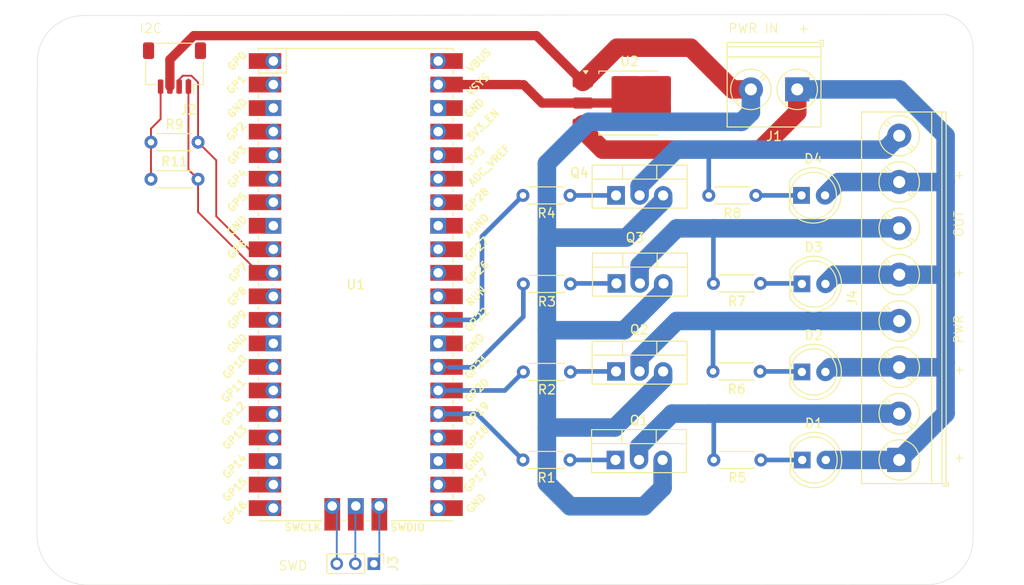
<source format=kicad_pcb>
(kicad_pcb (version 20240108) (generator "pcbnew") (generator_version "8.0")
  (layers (0 "F.Cu" signal) (31 "B.Cu" signal) (34 "B.Paste" user) (35 "F.Paste" user) (36 "B.SilkS" user "B.Silkscreen") (37 "F.SilkS" user "F.Silkscreen") (38 "B.Mask" user) (39 "F.Mask" user) (44 "Edge.Cuts" user))
  (net 0 "")
  (net 1 "+12V")
  (net 2 "Net-(D1-K)")
  (net 3 "Net-(D2-K)")
  (net 4 "Net-(D3-K)")
  (net 5 "Net-(D4-K)")
  (net 6 "GND")
  (net 7 "Net-(Q1-G)")
  (net 8 "Net-(Q2-G)")
  (net 9 "Net-(Q3-G)")
  (net 10 "Net-(Q4-G)")
  (net 11 "Net-(U1-GPIO22)")
  (net 12 "Net-(U1-GPIO21)")
  (net 13 "Net-(U1-GPIO20)")
  (net 14 "Net-(U1-GPIO19)")
  (net 47 "Net-(U1-VSYS)")
  (net 48 "Net-(J2-Pin_1)")
  (net 49 "Net-(J2-Pin_2)")
  (net 50 "Net-(J3-Pin_1)")
  (net 51 "Net-(J3-Pin_3)")
  (net 52 "Net-(J3-Pin_2)")
  (net 53 "Net-(J4-Pin_2)")
  (net 54 "Net-(J4-Pin_8)")
  (net 55 "Net-(J4-Pin_4)")
  (net 56 "Net-(J4-Pin_6)")
  (net 57 "Net-(J2-Pin_4)")
  (net 58 "unconnected-(U1-3V3-Pad36)")
  (footprint "Connector_PinHeader_2.00mm:PinHeader_1x03_P2.00mm_Vertical" (layer "F.Cu") (at 100.34 120.7 -90)
    (property "Reference" "J3" (at 0 -2.06 -90) (layer "F.SilkS"))
    (property "Value" "SWD")
    (pad "1" thru_hole rect (at 0 0 270) (size 1.35 1.35) (drill 0.8) (layers "*.Cu" "*.Mask") (net 50 "Net-(J3-Pin_1)"))
    (pad "2" thru_hole oval (at 0 2 270) (size 1.35 1.35) (drill 0.8) (layers "*.Cu" "*.Mask") (net 52 "Net-(J3-Pin_2)"))
    (pad "3" thru_hole oval (at 0 4 270) (size 1.35 1.35) (drill 0.8) (layers "*.Cu" "*.Mask") (net 51 "Net-(J3-Pin_3)"))
  )
  (footprint "Resistor_THT:R_Axial_DIN0204_L3.6mm_D1.6mm_P5.08mm_Horizontal" (layer "F.Cu") (at 121.54 100 180)
    (property "Reference" "R2" (at 2.54 -1.92 0) (layer "F.SilkS"))
    (property "Value" "470")
    (pad "1" thru_hole circle (at 0 0 180) (size 1.4 1.4) (drill 0.7) (layers "*.Cu" "*.Mask") (net 8 "Net-(Q2-G)"))
    (pad "2" thru_hole oval (at 5.08 0 180) (size 1.4 1.4) (drill 0.7) (layers "*.Cu" "*.Mask") (net 13 "Net-(U1-GPIO20)"))
  )
  (footprint "LED_THT:LED_D5.0mm" (layer "F.Cu") (at 146.5 90.5)
    (property "Reference" "D3" (at 1.27 -3.96 0) (layer "F.SilkS"))
    (property "Value" "LED")
    (pad "1" thru_hole rect (at 0 0) (size 1.8 1.8) (drill 0.9) (layers "*.Cu" "*.Mask") (net 4 "Net-(D3-K)"))
    (pad "2" thru_hole circle (at 2.54 0) (size 1.8 1.8) (drill 0.9) (layers "*.Cu" "*.Mask") (net 1 "+12V"))
  )
  (footprint "Resistor_THT:R_Axial_DIN0204_L3.6mm_D1.6mm_P5.08mm_Horizontal" (layer "F.Cu") (at 76.3 79.2)
    (property "Reference" "R11" (at 2.54 -1.92 0) (layer "F.SilkS"))
    (property "Value" "4k7")
    (pad "1" thru_hole circle (at 0 0) (size 1.4 1.4) (drill 0.7) (layers "*.Cu" "*.Mask") (net 57 "Net-(J2-Pin_4)"))
    (pad "2" thru_hole oval (at 5.08 0) (size 1.4 1.4) (drill 0.7) (layers "*.Cu" "*.Mask") (net 48 "Net-(J2-Pin_1)"))
  )
  (footprint "LED_THT:LED_D5.0mm" (layer "F.Cu") (at 146.46 80.945)
    (property "Reference" "D4" (at 1.27 -3.96 0) (layer "F.SilkS"))
    (property "Value" "LED")
    (pad "1" thru_hole rect (at 0 0) (size 1.8 1.8) (drill 0.9) (layers "*.Cu" "*.Mask") (net 5 "Net-(D4-K)"))
    (pad "2" thru_hole circle (at 2.54 0) (size 1.8 1.8) (drill 0.9) (layers "*.Cu" "*.Mask") (net 1 "+12V"))
  )
  (footprint "Package_TO_SOT_THT:TO-220-3_Vertical" (layer "F.Cu") (at 126.4 109.5)
    (property "Reference" "Q1" (at 2.54 -4.27 0) (layer "F.SilkS"))
    (property "Value" "RFP30N06LE")
    (pad "1" thru_hole rect (at 0 0) (size 1.905 2) (drill 1.1) (layers "*.Cu" "*.Mask") (net 7 "Net-(Q1-G)"))
    (pad "2" thru_hole oval (at 2.54 0) (size 1.905 2) (drill 1.1) (layers "*.Cu" "*.Mask") (net 53 "Net-(J4-Pin_2)"))
    (pad "3" thru_hole oval (at 5.08 0) (size 1.905 2) (drill 1.1) (layers "*.Cu" "*.Mask") (net 6 "GND"))
  )
  (footprint "MountingHole:MountingHole_3.2mm_M3" (layer "F.Cu") (at 69.5 117.5)
    (property "Reference" "REF**" (hide yes))
    (property "Value" "MountingHole_3.2mm_M3")
    (pad "" np_thru_hole circle (at 0 0) (size 3.2 3.2) (drill 3.2) (layers "F&B.Cu" "*.Mask"))
  )
  (footprint "Resistor_THT:R_Axial_DIN0204_L3.6mm_D1.6mm_P5.08mm_Horizontal" (layer "F.Cu") (at 76.3 75.2)
    (property "Reference" "R9" (at 2.54 -1.92 0) (layer "F.SilkS"))
    (property "Value" "4k7" (hide yes))
    (pad "1" thru_hole circle (at 0 0) (size 1.4 1.4) (drill 0.7) (layers "*.Cu" "*.Mask") (net 57 "Net-(J2-Pin_4)"))
    (pad "2" thru_hole oval (at 5.08 0) (size 1.4 1.4) (drill 0.7) (layers "*.Cu" "*.Mask") (net 49 "Net-(J2-Pin_2)"))
  )
  (footprint "MCU_RaspberryPi_and_Boards:RPi_Pico_SMD_TH" (layer "F.Cu") (at 98.39 90.57)
    (property "Reference" "U1" (at 0 0 0) (layer "F.SilkS"))
    (property "Value" "Pico")
    (fp_text user "GP17" (at 12.95 21.13 45) (layer "F.SilkS") (effects (font (size 0.8 0.8))))
    (fp_text user "GP6" (at -12.8 -3.81 45) (layer "F.SilkS") (effects (font (size 0.8 0.8))))
    (fp_text user "GP18" (at 13.054 16.51 45) (layer "F.SilkS") (effects (font (size 0.8 0.8))))
    (fp_text user "GP16" (at -13.05 24.63 45) (layer "F.SilkS") (effects (font (size 0.8 0.8))))
    (fp_text user "VBUS" (at 13.3 -24.2 45) (layer "F.SilkS") (effects (font (size 0.8 0.8))))
    (fp_text user "AGND" (at 13.054 -6.35 45) (layer "F.SilkS") (effects (font (size 0.8 0.8))))
    (fp_text user "GP4" (at -12.8 -11.43 45) (layer "F.SilkS") (effects (font (size 0.8 0.8))))
    (fp_text user "3V3" (at 12.9 -13.9 45) (layer "F.SilkS") (effects (font (size 0.8 0.8))))
    (fp_text user "GP2" (at -12.9 -16.51 45) (layer "F.SilkS") (effects (font (size 0.8 0.8))))
    (fp_text user "GP11" (at -13.2 11.43 45) (layer "F.SilkS") (effects (font (size 0.8 0.8))))
    (fp_text user "GP27" (at 13.054 -3.8 45) (layer "F.SilkS") (effects (font (size 0.8 0.8))))
    (fp_text user "GP7" (at -12.7 -1.3 45) (layer "F.SilkS") (effects (font (size 0.8 0.8))))
    (fp_text user "VSYS" (at 13.2 -21.59 45) (layer "F.SilkS") (effects (font (size 0.8 0.8))))
    (fp_text user "GP1" (at -12.9 -21.6 45) (layer "F.SilkS") (effects (font (size 0.8 0.8))))
    (fp_text user "GP22" (at 13.054 3.81 45) (layer "F.SilkS") (effects (font (size 0.8 0.8))))
    (fp_text user "GP21" (at 13.054 8.9 45) (layer "F.SilkS") (effects (font (size 0.8 0.8))))
    (fp_text user "GND" (at 12.8 6.35 45) (layer "F.SilkS") (effects (font (size 0.8 0.8))))
    (fp_text user "GND" (at -12.8 -19.05 45) (layer "F.SilkS") (effects (font (size 0.8 0.8))))
    (fp_text user "GP5" (at -12.8 -8.89 45) (layer "F.SilkS") (effects (font (size 0.8 0.8))))
    (fp_text user "RUN" (at 13 1.27 45) (layer "F.SilkS") (effects (font (size 0.8 0.8))))
    (fp_text user "GP8" (at -12.8 1.27 45) (layer "F.SilkS") (effects (font (size 0.8 0.8))))
    (fp_text user "GP28" (at 13.054 -9.144 45) (layer "F.SilkS") (effects (font (size 0.8 0.8))))
    (fp_text user "GP9" (at -12.8 3.81 45) (layer "F.SilkS") (effects (font (size 0.8 0.8))))
    (fp_text user "GND" (at -12.8 6.35 45) (layer "F.SilkS") (effects (font (size 0.8 0.8))))
    (fp_text user "GND" (at -12.8 -6.35 45) (layer "F.SilkS") (effects (font (size 0.8 0.8))))
    (fp_text user "GP3" (at -12.8 -13.97 45) (layer "F.SilkS") (effects (font (size 0.8 0.8))))
    (fp_text user "GP19" (at 13.054 13.97 45) (layer "F.SilkS") (effects (font (size 0.8 0.8))))
    (fp_text user "GP15" (at -13.05 22.13 45) (layer "F.SilkS") (effects (font (size 0.8 0.8))))
    (fp_text user "GP10" (at -13.054 8.89 45) (layer "F.SilkS") (effects (font (size 0.8 0.8))))
    (fp_text user "3V3_EN" (at 13.7 -17.2 45) (layer "F.SilkS") (effects (font (size 0.8 0.8))))
    (fp_text user "GND" (at 12.95 23.63 45) (layer "F.SilkS") (effects (font (size 0.8 0.8))))
    (fp_text user "ADC_VREF" (at 14.39 -12.87 45) (layer "F.SilkS") (effects (font (size 0.8 0.8))))
    (fp_text user "GP13" (at -13.054 16.51 45) (layer "F.SilkS") (effects (font (size 0.8 0.8))))
    (fp_text user "GP12" (at -13.2 13.97 45) (layer "F.SilkS") (effects (font (size 0.8 0.8))))
    (fp_text user "GP14" (at -13.05 19.63 45) (layer "F.SilkS") (effects (font (size 0.8 0.8))))
    (fp_text user "GP26" (at 13.054 -1.27 45) (layer "F.SilkS") (effects (font (size 0.8 0.8))))
    (fp_text user "GND" (at 12.8 -19.05 45) (layer "F.SilkS") (effects (font (size 0.8 0.8))))
    (fp_text user "GP0" (at -12.8 -24.13 45) (layer "F.SilkS") (effects (font (size 0.8 0.8))))
    (fp_text user "SWCLK" (at -5.7 26.2 0) (layer "F.SilkS") (effects (font (size 0.8 0.8))))
    (fp_text user "SWDIO" (at 5.6 26.2 0) (layer "F.SilkS") (effects (font (size 0.8 0.8))))
    (fp_text user "GND" (at 12.8 19.05 45) (layer "F.SilkS") (effects (font (size 0.8 0.8))))
    (pad "" np_thru_hole oval (at -2.725 -24) (size 1.8 1.8) (drill 1.8) (layers "*.Cu" "*.Mask"))
    (pad "" np_thru_hole oval (at -2.425 -20.97) (size 1.5 1.5) (drill 1.5) (layers "*.Cu" "*.Mask"))
    (pad "" np_thru_hole oval (at 2.425 -20.97) (size 1.5 1.5) (drill 1.5) (layers "*.Cu" "*.Mask"))
    (pad "" np_thru_hole oval (at 2.725 -24) (size 1.8 1.8) (drill 1.8) (layers "*.Cu" "*.Mask"))
    (pad "1" thru_hole oval (at -8.89 -24.13) (size 1.7 1.7) (drill 1.02) (layers "*.Cu" "*.Mask"))
    (pad "1" smd rect (at -8.89 -24.13) (size 3.5 1.7) (drill (offset -0.9 0)) (layers "F.Cu" "F.Mask"))
    (pad "2" thru_hole oval (at -8.89 -21.59) (size 1.7 1.7) (drill 1.02) (layers "*.Cu" "*.Mask"))
    (pad "2" smd rect (at -8.89 -21.59) (size 3.5 1.7) (drill (offset -0.9 0)) (layers "F.Cu" "F.Mask"))
    (pad "3" thru_hole rect (at -8.89 -19.05) (size 1.7 1.7) (drill 1.02) (layers "*.Cu" "*.Mask"))
    (pad "3" smd rect (at -8.89 -19.05) (size 3.5 1.7) (drill (offset -0.9 0)) (layers "F.Cu" "F.Mask"))
    (pad "4" thru_hole oval (at -8.89 -16.51) (size 1.7 1.7) (drill 1.02) (layers "*.Cu" "*.Mask"))
    (pad "4" smd rect (at -8.89 -16.51) (size 3.5 1.7) (drill (offset -0.9 0)) (layers "F.Cu" "F.Mask"))
    (pad "5" thru_hole oval (at -8.89 -13.97) (size 1.7 1.7) (drill 1.02) (layers "*.Cu" "*.Mask"))
    (pad "5" smd rect (at -8.89 -13.97) (size 3.5 1.7) (drill (offset -0.9 0)) (layers "F.Cu" "F.Mask"))
    (pad "6" thru_hole oval (at -8.89 -11.43) (size 1.7 1.7) (drill 1.02) (layers "*.Cu" "*.Mask"))
    (pad "6" smd rect (at -8.89 -11.43) (size 3.5 1.7) (drill (offset -0.9 0)) (layers "F.Cu" "F.Mask"))
    (pad "7" thru_hole oval (at -8.89 -8.89) (size 1.7 1.7) (drill 1.02) (layers "*.Cu" "*.Mask"))
    (pad "7" smd rect (at -8.89 -8.89) (size 3.5 1.7) (drill (offset -0.9 0)) (layers "F.Cu" "F.Mask"))
    (pad "8" thru_hole rect (at -8.89 -6.35) (size 1.7 1.7) (drill 1.02) (layers "*.Cu" "*.Mask"))
    (pad "8" smd rect (at -8.89 -6.35) (size 3.5 1.7) (drill (offset -0.9 0)) (layers "F.Cu" "F.Mask"))
    (pad "9" thru_hole oval (at -8.89 -3.81) (size 1.7 1.7) (drill 1.02) (layers "*.Cu" "*.Mask") (net 49 "Net-(J2-Pin_2)"))
    (pad "9" smd rect (at -8.89 -3.81) (size 3.5 1.7) (drill (offset -0.9 0)) (layers "F.Cu" "F.Mask") (net 49 "Net-(J2-Pin_2)"))
    (pad "10" thru_hole oval (at -8.89 -1.27) (size 1.7 1.7) (drill 1.02) (layers "*.Cu" "*.Mask") (net 48 "Net-(J2-Pin_1)"))
    (pad "10" smd rect (at -8.89 -1.27) (size 3.5 1.7) (drill (offset -0.9 0)) (layers "F.Cu" "F.Mask") (net 48 "Net-(J2-Pin_1)"))
    (pad "11" thru_hole oval (at -8.89 1.27) (size 1.7 1.7) (drill 1.02) (layers "*.Cu" "*.Mask"))
    (pad "11" smd rect (at -8.89 1.27) (size 3.5 1.7) (drill (offset -0.9 0)) (layers "F.Cu" "F.Mask"))
    (pad "12" thru_hole oval (at -8.89 3.81) (size 1.7 1.7) (drill 1.02) (layers "*.Cu" "*.Mask"))
    (pad "12" smd rect (at -8.89 3.81) (size 3.5 1.7) (drill (offset -0.9 0)) (layers "F.Cu" "F.Mask"))
    (pad "13" thru_hole rect (at -8.89 6.35) (size 1.7 1.7) (drill 1.02) (layers "*.Cu" "*.Mask"))
    (pad "13" smd rect (at -8.89 6.35) (size 3.5 1.7) (drill (offset -0.9 0)) (layers "F.Cu" "F.Mask"))
    (pad "14" thru_hole oval (at -8.89 8.89) (size 1.7 1.7) (drill 1.02) (layers "*.Cu" "*.Mask"))
    (pad "14" smd rect (at -8.89 8.89) (size 3.5 1.7) (drill (offset -0.9 0)) (layers "F.Cu" "F.Mask"))
    (pad "15" thru_hole oval (at -8.89 11.43) (size 1.7 1.7) (drill 1.02) (layers "*.Cu" "*.Mask"))
    (pad "15" smd rect (at -8.89 11.43) (size 3.5 1.7) (drill (offset -0.9 0)) (layers "F.Cu" "F.Mask"))
    (pad "16" thru_hole oval (at -8.89 13.97) (size 1.7 1.7) (drill 1.02) (layers "*.Cu" "*.Mask"))
    (pad "16" smd rect (at -8.89 13.97) (size 3.5 1.7) (drill (offset -0.9 0)) (layers "F.Cu" "F.Mask"))
    (pad "17" thru_hole oval (at -8.89 16.51) (size 1.7 1.7) (drill 1.02) (layers "*.Cu" "*.Mask"))
    (pad "17" smd rect (at -8.89 16.51) (size 3.5 1.7) (drill (offset -0.9 0)) (layers "F.Cu" "F.Mask"))
    (pad "18" thru_hole rect (at -8.89 19.05) (size 1.7 1.7) (drill 1.02) (layers "*.Cu" "*.Mask"))
    (pad "18" smd rect (at -8.89 19.05) (size 3.5 1.7) (drill (offset -0.9 0)) (layers "F.Cu" "F.Mask"))
    (pad "19" thru_hole oval (at -8.89 21.59) (size 1.7 1.7) (drill 1.02) (layers "*.Cu" "*.Mask"))
    (pad "19" smd rect (at -8.89 21.59) (size 3.5 1.7) (drill (offset -0.9 0)) (layers "F.Cu" "F.Mask"))
    (pad "20" thru_hole oval (at -8.89 24.13) (size 1.7 1.7) (drill 1.02) (layers "*.Cu" "*.Mask"))
    (pad "20" smd rect (at -8.89 24.13) (size 3.5 1.7) (drill (offset -0.9 0)) (layers "F.Cu" "F.Mask"))
    (pad "21" thru_hole oval (at 8.89 24.13) (size 1.7 1.7) (drill 1.02) (layers "*.Cu" "*.Mask"))
    (pad "21" smd rect (at 8.89 24.13) (size 3.5 1.7) (drill (offset 0.9 0)) (layers "F.Cu" "F.Mask"))
    (pad "22" thru_hole oval (at 8.89 21.59) (size 1.7 1.7) (drill 1.02) (layers "*.Cu" "*.Mask"))
    (pad "22" smd rect (at 8.89 21.59) (size 3.5 1.7) (drill (offset 0.9 0)) (layers "F.Cu" "F.Mask"))
    (pad "23" thru_hole rect (at 8.89 19.05) (size 1.7 1.7) (drill 1.02) (layers "*.Cu" "*.Mask"))
    (pad "23" smd rect (at 8.89 19.05) (size 3.5 1.7) (drill (offset 0.9 0)) (layers "F.Cu" "F.Mask"))
    (pad "24" thru_hole oval (at 8.89 16.51) (size 1.7 1.7) (drill 1.02) (layers "*.Cu" "*.Mask"))
    (pad "24" smd rect (at 8.89 16.51) (size 3.5 1.7) (drill (offset 0.9 0)) (layers "F.Cu" "F.Mask"))
    (pad "25" thru_hole oval (at 8.89 13.97) (size 1.7 1.7) (drill 1.02) (layers "*.Cu" "*.Mask") (net 14 "Net-(U1-GPIO19)"))
    (pad "25" smd rect (at 8.89 13.97) (size 3.5 1.7) (drill (offset 0.9 0)) (layers "F.Cu" "F.Mask") (net 14 "Net-(U1-GPIO19)"))
    (pad "26" thru_hole oval (at 8.89 11.43) (size 1.7 1.7) (drill 1.02) (layers "*.Cu" "*.Mask") (net 13 "Net-(U1-GPIO20)"))
    (pad "26" smd rect (at 8.89 11.43) (size 3.5 1.7) (drill (offset 0.9 0)) (layers "F.Cu" "F.Mask") (net 13 "Net-(U1-GPIO20)"))
    (pad "27" thru_hole oval (at 8.89 8.89) (size 1.7 1.7) (drill 1.02) (layers "*.Cu" "*.Mask") (net 12 "Net-(U1-GPIO21)"))
    (pad "27" smd rect (at 8.89 8.89) (size 3.5 1.7) (drill (offset 0.9 0)) (layers "F.Cu" "F.Mask") (net 12 "Net-(U1-GPIO21)"))
    (pad "28" thru_hole rect (at 8.89 6.35) (size 1.7 1.7) (drill 1.02) (layers "*.Cu" "*.Mask"))
    (pad "28" smd rect (at 8.89 6.35) (size 3.5 1.7) (drill (offset 0.9 0)) (layers "F.Cu" "F.Mask"))
    (pad "29" thru_hole oval (at 8.89 3.81) (size 1.7 1.7) (drill 1.02) (layers "*.Cu" "*.Mask") (net 11 "Net-(U1-GPIO22)"))
    (pad "29" smd rect (at 8.89 3.81) (size 3.5 1.7) (drill (offset 0.9 0)) (layers "F.Cu" "F.Mask") (net 11 "Net-(U1-GPIO22)"))
    (pad "30" thru_hole oval (at 8.89 1.27) (size 1.7 1.7) (drill 1.02) (layers "*.Cu" "*.Mask"))
    (pad "30" smd rect (at 8.89 1.27) (size 3.5 1.7) (drill (offset 0.9 0)) (layers "F.Cu" "F.Mask"))
    (pad "31" thru_hole oval (at 8.89 -1.27) (size 1.7 1.7) (drill 1.02) (layers "*.Cu" "*.Mask"))
    (pad "31" smd rect (at 8.89 -1.27) (size 3.5 1.7) (drill (offset 0.9 0)) (layers "F.Cu" "F.Mask"))
    (pad "32" thru_hole oval (at 8.89 -3.81) (size 1.7 1.7) (drill 1.02) (layers "*.Cu" "*.Mask"))
    (pad "32" smd rect (at 8.89 -3.81) (size 3.5 1.7) (drill (offset 0.9 0)) (layers "F.Cu" "F.Mask"))
    (pad "33" thru_hole rect (at 8.89 -6.35) (size 1.7 1.7) (drill 1.02) (layers "*.Cu" "*.Mask"))
    (pad "33" smd rect (at 8.89 -6.35) (size 3.5 1.7) (drill (offset 0.9 0)) (layers "F.Cu" "F.Mask"))
    (pad "34" thru_hole oval (at 8.89 -8.89) (size 1.7 1.7) (drill 1.02) (layers "*.Cu" "*.Mask"))
    (pad "34" smd rect (at 8.89 -8.89) (size 3.5 1.7) (drill (offset 0.9 0)) (layers "F.Cu" "F.Mask"))
    (pad "35" thru_hole oval (at 8.89 -11.43) (size 1.7 1.7) (drill 1.02) (layers "*.Cu" "*.Mask"))
    (pad "35" smd rect (at 8.89 -11.43) (size 3.5 1.7) (drill (offset 0.9 0)) (layers "F.Cu" "F.Mask"))
    (pad "36" thru_hole oval (at 8.89 -13.97) (size 1.7 1.7) (drill 1.02) (layers "*.Cu" "*.Mask") (net 58 "unconnected-(U1-3V3-Pad36)"))
    (pad "36" smd rect (at 8.89 -13.97) (size 3.5 1.7) (drill (offset 0.9 0)) (layers "F.Cu" "F.Mask") (net 58 "unconnected-(U1-3V3-Pad36)"))
    (pad "37" thru_hole oval (at 8.89 -16.51) (size 1.7 1.7) (drill 1.02) (layers "*.Cu" "*.Mask"))
    (pad "37" smd rect (at 8.89 -16.51) (size 3.5 1.7) (drill (offset 0.9 0)) (layers "F.Cu" "F.Mask"))
    (pad "38" thru_hole rect (at 8.89 -19.05) (size 1.7 1.7) (drill 1.02) (layers "*.Cu" "*.Mask"))
    (pad "38" smd rect (at 8.89 -19.05) (size 3.5 1.7) (drill (offset 0.9 0)) (layers "F.Cu" "F.Mask"))
    (pad "39" thru_hole oval (at 8.89 -21.59) (size 1.7 1.7) (drill 1.02) (layers "*.Cu" "*.Mask") (net 47 "Net-(U1-VSYS)"))
    (pad "39" smd rect (at 8.89 -21.59) (size 3.5 1.7) (drill (offset 0.9 0)) (layers "F.Cu" "F.Mask") (net 47 "Net-(U1-VSYS)"))
    (pad "40" thru_hole oval (at 8.89 -24.13) (size 1.7 1.7) (drill 1.02) (layers "*.Cu" "*.Mask"))
    (pad "40" smd rect (at 8.89 -24.13) (size 3.5 1.7) (drill (offset 0.9 0)) (layers "F.Cu" "F.Mask"))
    (pad "41" thru_hole oval (at -2.54 23.9) (size 1.7 1.7) (drill 1.02) (layers "*.Cu" "*.Mask") (net 51 "Net-(J3-Pin_3)"))
    (pad "41" smd rect (at -2.54 23.9 90) (size 3.5 1.7) (drill (offset -0.9 0)) (layers "F.Cu" "F.Mask") (net 51 "Net-(J3-Pin_3)"))
    (pad "42" thru_hole rect (at 0 23.9) (size 1.7 1.7) (drill 1.02) (layers "*.Cu" "*.Mask") (net 52 "Net-(J3-Pin_2)"))
    (pad "42" smd rect (at 0 23.9 90) (size 3.5 1.7) (drill (offset -0.9 0)) (layers "F.Cu" "F.Mask") (net 52 "Net-(J3-Pin_2)"))
    (pad "43" thru_hole oval (at 2.54 23.9) (size 1.7 1.7) (drill 1.02) (layers "*.Cu" "*.Mask") (net 50 "Net-(J3-Pin_1)"))
    (pad "43" smd rect (at 2.54 23.9 90) (size 3.5 1.7) (drill (offset -0.9 0)) (layers "F.Cu" "F.Mask") (net 50 "Net-(J3-Pin_1)"))
  )
  (footprint "LED_THT:LED_D5.0mm" (layer "F.Cu") (at 146.5 100)
    (property "Reference" "D2" (at 1.27 -3.96 0) (layer "F.SilkS"))
    (property "Value" "LED")
    (pad "1" thru_hole rect (at 0 0) (size 1.8 1.8) (drill 0.9) (layers "*.Cu" "*.Mask") (net 3 "Net-(D2-K)"))
    (pad "2" thru_hole circle (at 2.54 0) (size 1.8 1.8) (drill 0.9) (layers "*.Cu" "*.Mask") (net 1 "+12V"))
  )
  (footprint "TerminalBlock_Phoenix:TerminalBlock_Phoenix_PT-1,5-8-5.0-H_1x08_P5.00mm_Horizontal" (layer "F.Cu") (at 157 109.5 90)
    (property "Reference" "J4" (at 17.5 -5.06 90) (layer "F.SilkS"))
    (property "Value" "OUTPUT")
    (pad "1" thru_hole rect (at 0 0 90) (size 2.6 2.6) (drill 1.3) (layers "*.Cu" "*.Mask") (net 1 "+12V"))
    (pad "2" thru_hole circle (at 5 0 90) (size 2.6 2.6) (drill 1.3) (layers "*.Cu" "*.Mask") (net 53 "Net-(J4-Pin_2)"))
    (pad "3" thru_hole circle (at 10 0 90) (size 2.6 2.6) (drill 1.3) (layers "*.Cu" "*.Mask") (net 1 "+12V"))
    (pad "4" thru_hole circle (at 15 0 90) (size 2.6 2.6) (drill 1.3) (layers "*.Cu" "*.Mask") (net 55 "Net-(J4-Pin_4)"))
    (pad "5" thru_hole circle (at 20 0 90) (size 2.6 2.6) (drill 1.3) (layers "*.Cu" "*.Mask") (net 1 "+12V"))
    (pad "6" thru_hole circle (at 25 0 90) (size 2.6 2.6) (drill 1.3) (layers "*.Cu" "*.Mask") (net 56 "Net-(J4-Pin_6)"))
    (pad "7" thru_hole circle (at 30 0 90) (size 2.6 2.6) (drill 1.3) (layers "*.Cu" "*.Mask") (net 1 "+12V"))
    (pad "8" thru_hole circle (at 35 0 90) (size 2.6 2.6) (drill 1.3) (layers "*.Cu" "*.Mask") (net 54 "Net-(J4-Pin_8)"))
  )
  (footprint "Package_TO_SOT_SMD:TO-252-3_TabPin2" (layer "F.Cu") (at 127.915 70.975)
    (property "Reference" "U2" (at 0 -4.5 0) (layer "F.SilkS"))
    (property "Value" "LM1117DT-3.3")
    (pad "1" smd roundrect (at -5.04 -2.28) (size 2.2 1.2) (layers "F.Cu" "F.Paste" "F.Mask") (roundrect_rratio 0.208333) (net 6 "GND"))
    (pad "2" smd roundrect (at -5.04 0) (size 2.2 1.2) (layers "F.Cu" "F.Paste" "F.Mask") (roundrect_rratio 0.208333) (net 47 "Net-(U1-VSYS)"))
    (pad "2" smd roundrect (at -0.415 -1.525) (size 3.05 2.75) (layers "F.Cu" "F.Paste") (roundrect_rratio 0.090909) (net 47 "Net-(U1-VSYS)"))
    (pad "2" smd roundrect (at -0.415 1.525) (size 3.05 2.75) (layers "F.Cu" "F.Paste") (roundrect_rratio 0.090909) (net 47 "Net-(U1-VSYS)"))
    (pad "2" smd roundrect (at 1.26 0) (size 6.4 5.8) (layers "F.Cu" "F.Mask") (roundrect_rratio 0.043103) (net 47 "Net-(U1-VSYS)"))
    (pad "2" smd roundrect (at 2.935 -1.525) (size 3.05 2.75) (layers "F.Cu" "F.Paste") (roundrect_rratio 0.090909) (net 47 "Net-(U1-VSYS)"))
    (pad "2" smd roundrect (at 2.935 1.525) (size 3.05 2.75) (layers "F.Cu" "F.Paste") (roundrect_rratio 0.090909) (net 47 "Net-(U1-VSYS)"))
    (pad "3" smd roundrect (at -5.04 2.28) (size 2.2 1.2) (layers "F.Cu" "F.Paste" "F.Mask") (roundrect_rratio 0.208333) (net 1 "+12V"))
  )
  (footprint "Package_TO_SOT_THT:TO-220-3_Vertical" (layer "F.Cu") (at 126.5 90.445)
    (property "Reference" "Q3" (at 2 -4.945 0) (layer "F.SilkS"))
    (property "Value" "RFP30N06LE")
    (pad "1" thru_hole rect (at 0 0) (size 1.905 2) (drill 1.1) (layers "*.Cu" "*.Mask") (net 9 "Net-(Q3-G)"))
    (pad "2" thru_hole oval (at 2.54 0) (size 1.905 2) (drill 1.1) (layers "*.Cu" "*.Mask") (net 56 "Net-(J4-Pin_6)"))
    (pad "3" thru_hole oval (at 5.08 0) (size 1.905 2) (drill 1.1) (layers "*.Cu" "*.Mask") (net 6 "GND"))
  )
  (footprint "Resistor_THT:R_Axial_DIN0204_L3.6mm_D1.6mm_P5.08mm_Horizontal" (layer "F.Cu") (at 141.54 80.945 180)
    (property "Reference" "R8" (at 2.54 -1.92 0) (layer "F.SilkS"))
    (property "Value" "680")
    (pad "1" thru_hole circle (at 0 0 180) (size 1.4 1.4) (drill 0.7) (layers "*.Cu" "*.Mask") (net 5 "Net-(D4-K)"))
    (pad "2" thru_hole oval (at 5.08 0 180) (size 1.4 1.4) (drill 0.7) (layers "*.Cu" "*.Mask") (net 54 "Net-(J4-Pin_8)"))
  )
  (footprint "Resistor_THT:R_Axial_DIN0204_L3.6mm_D1.6mm_P5.08mm_Horizontal" (layer "F.Cu") (at 142 99.945 180)
    (property "Reference" "R6" (at 2.54 -1.92 0) (layer "F.SilkS"))
    (property "Value" "680")
    (pad "1" thru_hole circle (at 0 0 180) (size 1.4 1.4) (drill 0.7) (layers "*.Cu" "*.Mask") (net 3 "Net-(D2-K)"))
    (pad "2" thru_hole oval (at 5.08 0 180) (size 1.4 1.4) (drill 0.7) (layers "*.Cu" "*.Mask") (net 55 "Net-(J4-Pin_4)"))
  )
  (footprint "MountingHole:MountingHole_3.2mm_M3" (layer "F.Cu") (at 159.5 67.5)
    (property "Reference" "REF**" (hide yes))
    (property "Value" "MountingHole_3.2mm_M3")
    (pad "" np_thru_hole circle (at 0 0) (size 3.2 3.2) (drill 3.2) (layers "F&B.Cu" "*.Mask"))
  )
  (footprint "Resistor_THT:R_Axial_DIN0204_L3.6mm_D1.6mm_P5.08mm_Horizontal" (layer "F.Cu") (at 121.5 80.945 180)
    (property "Reference" "R4" (at 2.54 -1.92 0) (layer "F.SilkS"))
    (property "Value" "470")
    (pad "1" thru_hole circle (at 0 0 180) (size 1.4 1.4) (drill 0.7) (layers "*.Cu" "*.Mask") (net 10 "Net-(Q4-G)"))
    (pad "2" thru_hole oval (at 5.08 0 180) (size 1.4 1.4) (drill 0.7) (layers "*.Cu" "*.Mask") (net 11 "Net-(U1-GPIO22)"))
  )
  (footprint "Package_TO_SOT_THT:TO-220-3_Vertical" (layer "F.Cu") (at 126.46 99.945)
    (property "Reference" "Q2" (at 2.5 -4.5 0) (layer "F.SilkS"))
    (property "Value" "RFP30N06LE")
    (pad "1" thru_hole rect (at 0 0) (size 1.905 2) (drill 1.1) (layers "*.Cu" "*.Mask") (net 8 "Net-(Q2-G)"))
    (pad "2" thru_hole oval (at 2.54 0) (size 1.905 2) (drill 1.1) (layers "*.Cu" "*.Mask") (net 55 "Net-(J4-Pin_4)"))
    (pad "3" thru_hole oval (at 5.08 0) (size 1.905 2) (drill 1.1) (layers "*.Cu" "*.Mask") (net 6 "GND"))
  )
  (footprint "Resistor_THT:R_Axial_DIN0204_L3.6mm_D1.6mm_P5.08mm_Horizontal" (layer "F.Cu") (at 142.04 90.445 180)
    (property "Reference" "R7" (at 2.54 -1.92 0) (layer "F.SilkS"))
    (property "Value" "680")
    (pad "1" thru_hole circle (at 0 0 180) (size 1.4 1.4) (drill 0.7) (layers "*.Cu" "*.Mask") (net 4 "Net-(D3-K)"))
    (pad "2" thru_hole oval (at 5.08 0 180) (size 1.4 1.4) (drill 0.7) (layers "*.Cu" "*.Mask") (net 56 "Net-(J4-Pin_6)"))
  )
  (footprint "Resistor_THT:R_Axial_DIN0204_L3.6mm_D1.6mm_P5.08mm_Horizontal" (layer "F.Cu") (at 142.08 109.5 180)
    (property "Reference" "R5" (at 2.54 -1.92 0) (layer "F.SilkS"))
    (property "Value" "680")
    (pad "1" thru_hole circle (at 0 0 180) (size 1.4 1.4) (drill 0.7) (layers "*.Cu" "*.Mask") (net 2 "Net-(D1-K)"))
    (pad "2" thru_hole oval (at 5.08 0 180) (size 1.4 1.4) (drill 0.7) (layers "*.Cu" "*.Mask") (net 53 "Net-(J4-Pin_2)"))
  )
  (footprint "Resistor_THT:R_Axial_DIN0204_L3.6mm_D1.6mm_P5.08mm_Horizontal" (layer "F.Cu") (at 121.5 109.5 180)
    (property "Reference" "R1" (at 2.54 -1.92 360) (layer "F.SilkS"))
    (property "Value" "470")
    (pad "1" thru_hole circle (at 0 0 180) (size 1.4 1.4) (drill 0.7) (layers "*.Cu" "*.Mask") (net 7 "Net-(Q1-G)"))
    (pad "2" thru_hole oval (at 5.08 0 180) (size 1.4 1.4) (drill 0.7) (layers "*.Cu" "*.Mask") (net 14 "Net-(U1-GPIO19)"))
  )
  (footprint "Resistor_THT:R_Axial_DIN0204_L3.6mm_D1.6mm_P5.08mm_Horizontal" (layer "F.Cu") (at 121.54 90.5 180)
    (property "Reference" "R3" (at 2.54 -1.92 0) (layer "F.SilkS"))
    (property "Value" "470")
    (pad "1" thru_hole circle (at 0 0 180) (size 1.4 1.4) (drill 0.7) (layers "*.Cu" "*.Mask") (net 9 "Net-(Q3-G)"))
    (pad "2" thru_hole oval (at 5.08 0 180) (size 1.4 1.4) (drill 0.7) (layers "*.Cu" "*.Mask") (net 12 "Net-(U1-GPIO21)"))
  )
  (footprint "LED_THT:LED_D5.0mm" (layer "F.Cu") (at 146.54 109.5)
    (property "Reference" "D1" (at 1.27 -3.96 0) (layer "F.SilkS"))
    (property "Value" "LED")
    (pad "1" thru_hole rect (at 0 0) (size 1.8 1.8) (drill 0.9) (layers "*.Cu" "*.Mask") (net 2 "Net-(D1-K)"))
    (pad "2" thru_hole circle (at 2.54 0) (size 1.8 1.8) (drill 0.9) (layers "*.Cu" "*.Mask") (net 1 "+12V"))
  )
  (footprint "Package_TO_SOT_THT:TO-220-3_Vertical" (layer "F.Cu") (at 126.46 80.945)
    (property "Reference" "Q4" (at -3.96 -2.445 0) (layer "F.SilkS"))
    (property "Value" "RFP30N06LE")
    (pad "1" thru_hole rect (at 0 0) (size 1.905 2) (drill 1.1) (layers "*.Cu" "*.Mask") (net 10 "Net-(Q4-G)"))
    (pad "2" thru_hole oval (at 2.54 0) (size 1.905 2) (drill 1.1) (layers "*.Cu" "*.Mask") (net 54 "Net-(J4-Pin_8)"))
    (pad "3" thru_hole oval (at 5.08 0) (size 1.905 2) (drill 1.1) (layers "*.Cu" "*.Mask") (net 6 "GND"))
  )
  (footprint "MountingHole:MountingHole_3.2mm_M3" (layer "F.Cu") (at 69.5 67.5)
    (property "Reference" "REF**" (hide yes))
    (property "Value" "MountingHole_3.2mm_M3")
    (pad "" np_thru_hole circle (at 0 0) (size 3.2 3.2) (drill 3.2) (layers "*.Cu" "*.Mask"))
  )
  (footprint "MountingHole:MountingHole_3.2mm_M3" (layer "F.Cu") (at 159.5 117)
    (property "Reference" "REF**" (hide yes))
    (property "Value" "MountingHole_3.2mm_M3")
    (pad "" np_thru_hole circle (at 0 0) (size 3.2 3.2) (drill 3.2) (layers "F&B.Cu" "*.Mask"))
  )
  (footprint "TerminalBlock_Phoenix:TerminalBlock_Phoenix_PT-1,5-2-5.0-H_1x02_P5.00mm_Horizontal" (layer "F.Cu") (at 146 69.5 180)
    (property "Reference" "J1" (at 2.5 -5.06 180) (layer "F.SilkS"))
    (property "Value" "~" (hide yes))
    (pad "1" thru_hole rect (at 0 0 180) (size 2.6 2.6) (drill 1.3) (layers "*.Cu" "*.Mask") (net 1 "+12V"))
    (pad "2" thru_hole circle (at 5 0 180) (size 2.6 2.6) (drill 1.3) (layers "*.Cu" "*.Mask") (net 6 "GND"))
  )
  (footprint "Connector_JST:JST_SH_SM04B-SRSS-TB_1x04-1MP_P1.00mm_Horizontal" (layer "F.Cu") (at 78.84 67.2 180)
    (property "Reference" "J2" (at -1.5 -4.5 180) (layer "F.SilkS"))
    (property "Value" "I2C")
    (pad "1" smd roundrect (at -1.5 -2 180) (size 0.6 1.55) (layers "F.Cu" "F.Paste" "F.Mask") (net 48 "Net-(J2-Pin_1)"))
    (pad "2" smd roundrect (at -0.5 -2 180) (size 0.6 1.55) (layers "F.Cu" "F.Paste" "F.Mask") (net 49 "Net-(J2-Pin_2)"))
    (pad "3" smd roundrect (at 0.5 -2 180) (size 0.6 1.55) (layers "F.Cu" "F.Paste" "F.Mask") (net 6 "GND"))
    (pad "4" smd roundrect (at 1.5 -2 180) (size 0.6 1.55) (layers "F.Cu" "F.Paste" "F.Mask") (net 57 "Net-(J2-Pin_4)"))
    (pad "MP" smd roundrect (at -2.8 1.875 180) (size 1.2 1.8) (layers "F.Cu" "F.Paste" "F.Mask") (roundrect_rratio 0.208333))
    (pad "MP" smd roundrect (at 2.8 1.875 180) (size 1.2 1.8) (layers "F.Cu" "F.Paste" "F.Mask") (roundrect_rratio 0.208333))
  )
  (gr_arc (start 64.035534 66.535534) (mid 65.5 63) (end 69.035534 61.535534) (stroke (width 0.05)) (layer "Edge.Cuts"))
  (gr_arc (start 161.892458 61.416638) (mid 164.091339 62.640036) (end 164.964466 65) (stroke (width 0.05)) (layer "Edge.Cuts"))
  (gr_line (start 164.964466 118) (end 164.964466 65) (stroke (width 0.05)) (layer "Edge.Cuts"))
  (gr_arc (start 69.5 123) (mid 65.610913 121.389087) (end 64 117.5) (stroke (width 0.05)) (layer "Edge.Cuts"))
  (gr_line (start 160 122.964466) (end 69.5 123) (stroke (width 0.05)) (layer "Edge.Cuts"))
  (gr_line (start 161.892458 61.416638) (end 69.035534 61.535534) (stroke (width 0.05)) (layer "Edge.Cuts"))
  (gr_arc (start 164.964466 118) (mid 163.510408 121.510408) (end 160 122.964466) (stroke (width 0.05)) (layer "Edge.Cuts"))
  (gr_line (start 64.035534 66.535534) (end 64 117.5) (stroke (width 0.05)) (layer "Edge.Cuts"))
  (gr_text "SWD" (at 90 121.5 0) (layer "F.SilkS") (effects (font (size 1 1) (thickness 0.1)) (justify left bottom)))
  (gr_text "GP20" (at 111.444 102 45) (layer "F.SilkS") (effects (font (size 0.8 0.8))))
  (gr_text "PWR" (at 164 97 90) (layer "F.SilkS") (effects (font (size 1 1) (thickness 0.1)) (justify left bottom)))
  (gr_text "I2C" (at 75 63.5 0) (layer "F.SilkS") (effects (font (size 1 1) (thickness 0.1)) (justify left bottom)))
  (gr_text "+" (at 164 100.5 90) (layer "F.SilkS") (effects (font (size 1 1) (thickness 0.1)) (justify left bottom)))
  (gr_text "PWR IN" (at 138.5 63.5 0) (layer "F.SilkS") (effects (font (size 1 1) (thickness 0.1)) (justify left bottom)))
  (gr_text "+" (at 164 90 90) (layer "F.SilkS") (effects (font (size 1 1) (thickness 0.1)) (justify left bottom)))
  (gr_text "OUT" (at 164 85.5 90) (layer "F.SilkS") (effects (font (size 1 1) (thickness 0.1)) (justify left bottom)))
  (gr_text "+" (at 164 110 90) (layer "F.SilkS") (effects (font (size 1 1) (thickness 0.1)) (justify left bottom)))
  (gr_text "+" (at 146 63.5 0) (layer "F.SilkS") (effects (font (size 1 1) (thickness 0.1)) (justify left bottom)))
  (gr_text "+" (at 164 79.5 90) (layer "F.SilkS") (effects (font (size 1 1) (thickness 0.1)) (justify left bottom)))
  (segment (start 146 72) (end 142 76) (width 2) (layer "F.Cu") (net 1))
  (segment (start 122.875 73.875) (end 122.875 73.255) (width 2) (layer "F.Cu") (net 1))
  (segment (start 125 76) (end 122.875 73.875) (width 2) (layer "F.Cu") (net 1))
  (segment (start 146 69.5) (end 146 72) (width 2) (layer "F.Cu") (net 1))
  (segment (start 142 76) (end 125 76) (width 2) (layer "F.Cu") (net 1))
  (segment (start 150.445 79.5) (end 149 80.945) (width 2) (layer "B.Cu") (net 1))
  (segment (start 150.04 89.5) (end 149.04 90.5) (width 2) (layer "B.Cu") (net 1))
  (segment (start 162 74.5) (end 157 69.5) (width 2) (layer "B.Cu") (net 1))
  (segment (start 157 79.5) (end 150.445 79.5) (width 2) (layer "B.Cu") (net 1))
  (segment (start 162 99) (end 162 104.5) (width 2) (layer "B.Cu") (net 1))
  (segment (start 162 79.5) (end 162 89.5) (width 2) (layer "B.Cu") (net 1))
  (segment (start 157 109.5) (end 149.08 109.5) (width 2) (layer "B.Cu") (net 1))
  (segment (start 157 69.5) (end 146 69.5) (width 2) (layer "B.Cu") (net 1))
  (segment (start 162 89.5) (end 157 89.5) (width 2) (layer "B.Cu") (net 1))
  (segment (start 162 89.5) (end 162 99) (width 2) (layer "B.Cu") (net 1))
  (segment (start 162 79.5) (end 162 74.5) (width 2) (layer "B.Cu") (net 1))
  (segment (start 149.54 99.5) (end 149.04 100) (width 2) (layer "B.Cu") (net 1))
  (segment (start 161.5 99.5) (end 157 99.5) (width 2) (layer "B.Cu") (net 1))
  (segment (start 162 104.5) (end 157 109.5) (width 2) (layer "B.Cu") (net 1))
  (segment (start 162 99) (end 161.5 99.5) (width 2) (layer "B.Cu") (net 1))
  (segment (start 157 99.5) (end 149.54 99.5) (width 2) (layer "B.Cu") (net 1))
  (segment (start 157 79.5) (end 162 79.5) (width 2) (layer "B.Cu") (net 1))
  (segment (start 157 89.5) (end 150.04 89.5) (width 2) (layer "B.Cu") (net 1))
  (segment (start 146.54 109.5) (end 142.08 109.5) (width 0.5) (layer "B.Cu") (net 2))
  (segment (start 142 99.945) (end 146.445 99.945) (width 0.5) (layer "B.Cu") (net 3))
  (segment (start 146.445 99.945) (end 146.5 100) (width 0.2) (layer "B.Cu") (net 3))
  (segment (start 146.445 90.445) (end 146.5 90.5) (width 0.2) (layer "B.Cu") (net 4))
  (segment (start 142.04 90.445) (end 146.445 90.445) (width 0.5) (layer "B.Cu") (net 4))
  (segment (start 146.46 80.945) (end 141.54 80.945) (width 0.5) (layer "B.Cu") (net 5))
  (segment (start 122.875 68.695) (end 117.88 63.7) (width 1) (layer "F.Cu") (net 6))
  (segment (start 141 69.5) (end 139 69.5) (width 2) (layer "F.Cu") (net 6))
  (segment (start 80.91457 63.7) (end 78.34 66.27457) (width 1) (layer "F.Cu") (net 6))
  (segment (start 126.57 65) (end 122.875 68.695) (width 2) (layer "F.Cu") (net 6))
  (segment (start 78.34 66.27457) (end 78.34 69.2) (width 1) (layer "F.Cu") (net 6))
  (segment (start 134.5 65) (end 126.57 65) (width 2) (layer "F.Cu") (net 6))
  (segment (start 117.84 63.7) (end 80.91457 63.7) (width 1) (layer "F.Cu") (net 6))
  (segment (start 139 69.5) (end 134.5 65) (width 2) (layer "F.Cu") (net 6))
  (segment (start 119 95.5) (end 127.33373 95.5) (width 2) (layer "B.Cu") (net 6))
  (segment (start 141 69.5) (end 141 72) (width 2) (layer "B.Cu") (net 6))
  (segment (start 119 77.5) (end 119 85.5) (width 2) (layer "B.Cu") (net 6))
  (segment (start 121.5 114.5) (end 129.48 114.5) (width 2) (layer "B.Cu") (net 6))
  (segment (start 119 106) (end 126.32873 106) (width 2) (layer "B.Cu") (net 6))
  (segment (start 127.55627 85.5) (end 131.54 81.51627) (width 2) (layer "B.Cu") (net 6))
  (segment (start 119 85.5) (end 119 95.5) (width 2) (layer "B.Cu") (net 6))
  (segment (start 123.5 73) (end 119 77.5) (width 2) (layer "B.Cu") (net 6))
  (segment (start 141 72) (end 140 73) (width 2) (layer "B.Cu") (net 6))
  (segment (start 119 85.5) (end 127.55627 85.5) (width 2) (layer "B.Cu") (net 6))
  (segment (start 131.54 91.29373) (end 131.54 90.445) (width 2) (layer "B.Cu") (net 6))
  (segment (start 119 112) (end 121.5 114.5) (width 2) (layer "B.Cu") (net 6))
  (segment (start 127.33373 95.5) (end 131.54 91.29373) (width 2) (layer "B.Cu") (net 6))
  (segment (start 119 95.5) (end 119 106) (width 2) (layer "B.Cu") (net 6))
  (segment (start 140 73) (end 123.5 73) (width 2) (layer "B.Cu") (net 6))
  (segment (start 131.54 81.51627) (end 131.54 80.945) (width 2) (layer "B.Cu") (net 6))
  (segment (start 126.32873 106) (end 131.54 100.78873) (width 2) (layer "B.Cu") (net 6))
  (segment (start 131.54 100.78873) (end 131.54 99.945) (width 2) (layer "B.Cu") (net 6))
  (segment (start 131.48 112.5) (end 131.48 109.5) (width 2) (layer "B.Cu") (net 6))
  (segment (start 119 106) (end 119 112) (width 2) (layer "B.Cu") (net 6))
  (segment (start 129.48 114.5) (end 131.48 112.5) (width 2) (layer "B.Cu") (net 6))
  (segment (start 126.4 109.5) (end 121.5 109.5) (width 0.5) (layer "B.Cu") (net 7))
  (segment (start 122 99.945) (end 121.58 99.525) (width 0.2) (layer "B.Cu") (net 8))
  (segment (start 121.595 99.945) (end 121.54 100) (width 0.2) (layer "B.Cu") (net 8))
  (segment (start 126.46 99.945) (end 121.595 99.945) (width 0.5) (layer "B.Cu") (net 8))
  (segment (start 126.46 90.445) (end 121.595 90.445) (width 0.5) (layer "B.Cu") (net 9))
  (segment (start 121.595 90.445) (end 121.54 90.5) (width 0.2) (layer "B.Cu") (net 9))
  (segment (start 126.46 80.945) (end 121.5 80.945) (width 0.5) (layer "B.Cu") (net 10))
  (segment (start 116.42 80.945) (end 112 85.365) (width 0.5) (layer "B.Cu") (net 11))
  (segment (start 112 85.365) (end 112 93.5) (width 0.5) (layer "B.Cu") (net 11))
  (segment (start 112 93.5) (end 111.12 94.38) (width 0.5) (layer "B.Cu") (net 11))
  (segment (start 111.12 94.38) (end 107.28 94.38) (width 0.5) (layer "B.Cu") (net 11))
  (segment (start 108.5 99.5) (end 108.46 99.46) (width 0.2) (layer "B.Cu") (net 12))
  (segment (start 108.46 99.46) (end 107.28 99.46) (width 0.2) (layer "B.Cu") (net 12))
  (segment (start 111 99.5) (end 108.5 99.5) (width 0.5) (layer "B.Cu") (net 12))
  (segment (start 116.46 90.5) (end 116.46 94.04) (width 0.5) (layer "B.Cu") (net 12))
  (segment (start 116.46 94.04) (end 111 99.5) (width 0.5) (layer "B.Cu") (net 12))
  (segment (start 116.46 100) (end 114.46 102) (width 0.5) (layer "B.Cu") (net 13))
  (segment (start 114.46 102) (end 107.28 102) (width 0.5) (layer "B.Cu") (net 13))
  (segment (start 111.42 104.5) (end 110 104.5) (width 0.5) (layer "B.Cu") (net 14))
  (segment (start 109.96 104.54) (end 107.28 104.54) (width 0.5) (layer "B.Cu") (net 14))
  (segment (start 116.42 109.5) (end 111.42 104.5) (width 0.5) (layer "B.Cu") (net 14))
  (segment (start 110 104.5) (end 109.96 104.54) (width 0.2) (layer "B.Cu") (net 14))
  (segment (start 116.5 69) (end 118.475 70.975) (width 1) (layer "F.Cu") (net 47))
  (segment (start 122.875 70.975) (end 129.175 70.975) (width 1) (layer "F.Cu") (net 47))
  (segment (start 118.475 70.975) (end 122.875 70.975) (width 1) (layer "F.Cu") (net 47))
  (segment (start 116 69) (end 115.98 68.98) (width 1) (layer "F.Cu") (net 47))
  (segment (start 116.5 69) (end 116 69) (width 1) (layer "F.Cu") (net 47))
  (segment (start 115.98 68.98) (end 107.28 68.98) (width 1) (layer "F.Cu") (net 47))
  (segment (start 107.52 68.74) (end 107.28 68.98) (width 1) (layer "F.Cu") (net 47))
  (segment (start 87.94 89.3) (end 89.5 89.3) (width 0.2) (layer "F.Cu") (net 48))
  (segment (start 80.34 69.2) (end 80.34 68.425001) (width 0.2) (layer "F.Cu") (net 48))
  (segment (start 81.38 82.74) (end 87.94 89.3) (width 0.2) (layer "F.Cu") (net 48))
  (segment (start 87.874314 89.3) (end 89.5 89.3) (width 0.2) (layer "F.Cu") (net 48))
  (segment (start 80.34 69.2) (end 80.34 78.16) (width 0.2) (layer "F.Cu") (net 48))
  (segment (start 80.34 78.16) (end 81.38 79.2) (width 0.2) (layer "F.Cu") (net 48))
  (segment (start 81.38 79.2) (end 81.38 82.74) (width 0.2) (layer "F.Cu") (net 48))
  (segment (start 86.9 86.76) (end 89.5 86.76) (width 0.2) (layer "F.Cu") (net 49))
  (segment (start 83.34 77.16) (end 83.34 83.2) (width 0.2) (layer "F.Cu") (net 49))
  (segment (start 79.34 69.7) (end 79.42 69.78) (width 0.2) (layer "F.Cu") (net 49))
  (segment (start 79.34 69.2) (end 79.34 68.425001) (width 0.2) (layer "F.Cu") (net 49))
  (segment (start 83.34 83.2) (end 86.9 86.76) (width 0.2) (layer "F.Cu") (net 49))
  (segment (start 79.34 69.2) (end 79.34 69.7) (width 0.2) (layer "F.Cu") (net 49))
  (segment (start 81.38 75.2) (end 83.34 77.16) (width 0.2) (layer "F.Cu") (net 49))
  (segment (start 80.665001 68.025001) (end 81.38 68.74) (width 0.2) (layer "F.Cu") (net 49))
  (segment (start 79.74 68.025001) (end 80.665001 68.025001) (width 0.2) (layer "F.Cu") (net 49))
  (segment (start 81.38 68.74) (end 81.38 75.2) (width 0.2) (layer "F.Cu") (net 49))
  (segment (start 79.34 68.425001) (end 79.74 68.025001) (width 0.2) (layer "F.Cu") (net 49))
  (segment (start 100.93 114.47) (end 100.93 120.11) (width 0.2) (layer "B.Cu") (net 50))
  (segment (start 100.93 120.11) (end 100.34 120.7) (width 0.2) (layer "B.Cu") (net 50))
  (segment (start 95.85 114.47) (end 96.34 114.96) (width 0.2) (layer "B.Cu") (net 51))
  (segment (start 96.34 114.96) (end 96.34 120.7) (width 0.2) (layer "B.Cu") (net 51))
  (segment (start 98.39 114.47) (end 98.34 114.52) (width 0.2) (layer "B.Cu") (net 52))
  (segment (start 98.34 114.52) (end 98.34 120.2) (width 0.2) (layer "B.Cu") (net 52))
  (segment (start 157 104.5) (end 136.5 104.5) (width 2) (layer "B.Cu") (net 53))
  (segment (start 136.5 104.5) (end 132.5 104.5) (width 2) (layer "B.Cu") (net 53))
  (segment (start 137 109.5) (end 137 105) (width 0.5) (layer "B.Cu") (net 53))
  (segment (start 137 105) (end 136.5 104.5) (width 0.2) (layer "B.Cu") (net 53))
  (segment (start 128.94 108.06) (end 128.94 109.5) (width 2) (layer "B.Cu") (net 53))
  (segment (start 156.5 104) (end 157 104) (width 0.2) (layer "B.Cu") (net 53))
  (segment (start 132.5 104.5) (end 128.94 108.06) (width 2) (layer "B.Cu") (net 53))
  (segment (start 157 104.5) (end 156.5 104) (width 0.2) (layer "B.Cu") (net 53))
  (segment (start 132.931595 76) (end 129 79.931595) (width 2) (layer "B.Cu") (net 54))
  (segment (start 136.46 76.04) (end 136.5 76) (width 0.2) (layer "B.Cu") (net 54))
  (segment (start 157 74.5) (end 155.5 76) (width 2) (layer "B.Cu") (net 54))
  (segment (start 129 79.931595) (end 129 80.945) (width 2) (layer "B.Cu") (net 54))
  (segment (start 136.5 76) (end 132.931595 76) (width 2) (layer "B.Cu") (net 54))
  (segment (start 155.5 76) (end 136.5 76) (width 2) (layer "B.Cu") (net 54))
  (segment (start 136.46 80.945) (end 136.46 76.04) (width 0.5) (layer "B.Cu") (net 54))
  (segment (start 133 94.5) (end 129 98.5) (width 2) (layer "B.Cu") (net 55))
  (segment (start 129 98.5) (end 129 99.945) (width 2) (layer "B.Cu") (net 55))
  (segment (start 136.92 94.58) (end 137 94.5) (width 0.2) (layer "B.Cu") (net 55))
  (segment (start 136.92 99.945) (end 136.92 94.58) (width 0.5) (layer "B.Cu") (net 55))
  (segment (start 157 94.5) (end 137 94.5) (width 2) (layer "B.Cu") (net 55))
  (segment (start 137 94.5) (end 133 94.5) (width 2) (layer "B.Cu") (net 55))
  (segment (start 137 84.5) (end 133 84.5) (width 2) (layer "B.Cu") (net 56))
  (segment (start 129 88.5) (end 129 90.445) (width 2) (layer "B.Cu") (net 56))
  (segment (start 136.96 84.54) (end 137 84.5) (width 0.2) (layer "B.Cu") (net 56))
  (segment (start 157 84.5) (end 137 84.5) (width 2) (layer "B.Cu") (net 56))
  (segment (start 133 84.5) (end 129 88.5) (width 2) (layer "B.Cu") (net 56))
  (segment (start 136.96 90.445) (end 136.96 84.54) (width 0.5) (layer "B.Cu") (net 56))
  (segment (start 76.3 75.2) (end 76.3 79.2) (width 0.2) (layer "F.Cu") (net 57))
  (segment (start 77.34 72.7) (end 76.3 73.74) (width 0.2) (layer "F.Cu") (net 57))
  (segment (start 76.3 73.74) (end 76.3 75.2) (width 0.2) (layer "F.Cu") (net 57))
  (segment (start 77.34 69.2) (end 77.34 72.7) (width 0.2) (layer "F.Cu") (net 57))
  (segment (start 108.84 76.6) (end 107.28 76.6) (width 0.2) (layer "F.Cu") (net 58))
)
</source>
